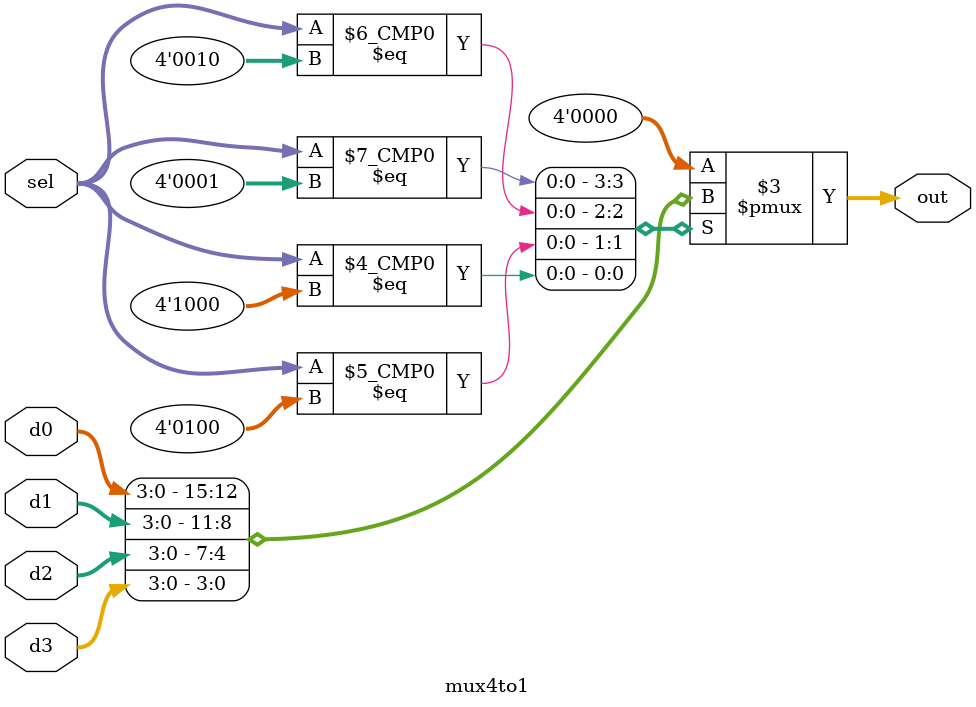
<source format=v>
`timescale 1ns / 1ps
module mux4to1(
	output [3:0] out,
	input [3:0] sel, d0, d1, d2, d3
   );

	reg [3:0] out;

	always @ (sel, d0, d1, d2, d3) begin
		case(sel)
			4'b0001: out<=d0;
			4'b0010: out<=d1;
			4'b0100: out=d2;
			4'b1000: out<=d3;
			default: out<=0;
		endcase
	end

endmodule

</source>
